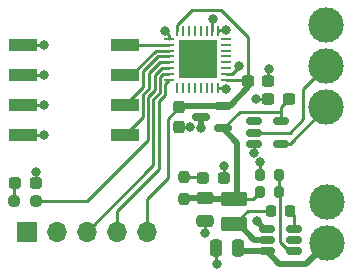
<source format=gtl>
%TF.GenerationSoftware,KiCad,Pcbnew,(6.0.2)*%
%TF.CreationDate,2023-03-19T00:19:14-07:00*%
%TF.ProjectId,serial-to-ws2812-v2,73657269-616c-42d7-946f-2d7773323831,rev?*%
%TF.SameCoordinates,Original*%
%TF.FileFunction,Copper,L1,Top*%
%TF.FilePolarity,Positive*%
%FSLAX46Y46*%
G04 Gerber Fmt 4.6, Leading zero omitted, Abs format (unit mm)*
G04 Created by KiCad (PCBNEW (6.0.2)) date 2023-03-19 00:19:14*
%MOMM*%
%LPD*%
G01*
G04 APERTURE LIST*
G04 Aperture macros list*
%AMRoundRect*
0 Rectangle with rounded corners*
0 $1 Rounding radius*
0 $2 $3 $4 $5 $6 $7 $8 $9 X,Y pos of 4 corners*
0 Add a 4 corners polygon primitive as box body*
4,1,4,$2,$3,$4,$5,$6,$7,$8,$9,$2,$3,0*
0 Add four circle primitives for the rounded corners*
1,1,$1+$1,$2,$3*
1,1,$1+$1,$4,$5*
1,1,$1+$1,$6,$7*
1,1,$1+$1,$8,$9*
0 Add four rect primitives between the rounded corners*
20,1,$1+$1,$2,$3,$4,$5,0*
20,1,$1+$1,$4,$5,$6,$7,0*
20,1,$1+$1,$6,$7,$8,$9,0*
20,1,$1+$1,$8,$9,$2,$3,0*%
G04 Aperture macros list end*
%TA.AperFunction,SMDPad,CuDef*%
%ADD10RoundRect,0.150000X0.587500X0.150000X-0.587500X0.150000X-0.587500X-0.150000X0.587500X-0.150000X0*%
%TD*%
%TA.AperFunction,SMDPad,CuDef*%
%ADD11RoundRect,0.062500X-0.375000X-0.062500X0.375000X-0.062500X0.375000X0.062500X-0.375000X0.062500X0*%
%TD*%
%TA.AperFunction,SMDPad,CuDef*%
%ADD12RoundRect,0.062500X-0.062500X-0.375000X0.062500X-0.375000X0.062500X0.375000X-0.062500X0.375000X0*%
%TD*%
%TA.AperFunction,SMDPad,CuDef*%
%ADD13R,3.300000X3.300000*%
%TD*%
%TA.AperFunction,SMDPad,CuDef*%
%ADD14RoundRect,0.150000X-0.512500X-0.150000X0.512500X-0.150000X0.512500X0.150000X-0.512500X0.150000X0*%
%TD*%
%TA.AperFunction,SMDPad,CuDef*%
%ADD15R,2.440000X1.120000*%
%TD*%
%TA.AperFunction,SMDPad,CuDef*%
%ADD16RoundRect,0.237500X-0.250000X-0.237500X0.250000X-0.237500X0.250000X0.237500X-0.250000X0.237500X0*%
%TD*%
%TA.AperFunction,SMDPad,CuDef*%
%ADD17RoundRect,0.200000X0.200000X0.275000X-0.200000X0.275000X-0.200000X-0.275000X0.200000X-0.275000X0*%
%TD*%
%TA.AperFunction,SMDPad,CuDef*%
%ADD18RoundRect,0.237500X0.237500X-0.250000X0.237500X0.250000X-0.237500X0.250000X-0.237500X-0.250000X0*%
%TD*%
%TA.AperFunction,SMDPad,CuDef*%
%ADD19RoundRect,0.200000X-0.200000X-0.275000X0.200000X-0.275000X0.200000X0.275000X-0.200000X0.275000X0*%
%TD*%
%TA.AperFunction,SMDPad,CuDef*%
%ADD20RoundRect,0.250000X0.850000X-0.375000X0.850000X0.375000X-0.850000X0.375000X-0.850000X-0.375000X0*%
%TD*%
%TA.AperFunction,ComponentPad*%
%ADD21C,3.000000*%
%TD*%
%TA.AperFunction,ComponentPad*%
%ADD22R,1.700000X1.700000*%
%TD*%
%TA.AperFunction,ComponentPad*%
%ADD23O,1.700000X1.700000*%
%TD*%
%TA.AperFunction,SMDPad,CuDef*%
%ADD24RoundRect,0.237500X0.287500X0.237500X-0.287500X0.237500X-0.287500X-0.237500X0.287500X-0.237500X0*%
%TD*%
%TA.AperFunction,SMDPad,CuDef*%
%ADD25RoundRect,0.237500X0.300000X0.237500X-0.300000X0.237500X-0.300000X-0.237500X0.300000X-0.237500X0*%
%TD*%
%TA.AperFunction,SMDPad,CuDef*%
%ADD26RoundRect,0.237500X-0.300000X-0.237500X0.300000X-0.237500X0.300000X0.237500X-0.300000X0.237500X0*%
%TD*%
%TA.AperFunction,SMDPad,CuDef*%
%ADD27RoundRect,0.250000X0.250000X0.475000X-0.250000X0.475000X-0.250000X-0.475000X0.250000X-0.475000X0*%
%TD*%
%TA.AperFunction,SMDPad,CuDef*%
%ADD28RoundRect,0.237500X-0.237500X0.300000X-0.237500X-0.300000X0.237500X-0.300000X0.237500X0.300000X0*%
%TD*%
%TA.AperFunction,SMDPad,CuDef*%
%ADD29RoundRect,0.250000X-0.475000X0.250000X-0.475000X-0.250000X0.475000X-0.250000X0.475000X0.250000X0*%
%TD*%
%TA.AperFunction,SMDPad,CuDef*%
%ADD30RoundRect,0.225000X-0.225000X-0.250000X0.225000X-0.250000X0.225000X0.250000X-0.225000X0.250000X0*%
%TD*%
%TA.AperFunction,ViaPad*%
%ADD31C,0.800000*%
%TD*%
%TA.AperFunction,Conductor*%
%ADD32C,0.250000*%
%TD*%
%TA.AperFunction,Conductor*%
%ADD33C,0.500000*%
%TD*%
G04 APERTURE END LIST*
D10*
%TO.P,U1,1,VI*%
%TO.N,+5V*%
X171437500Y-43550000D03*
%TO.P,U1,2,VO*%
%TO.N,+3V3*%
X171437500Y-41650000D03*
%TO.P,U1,3,GND*%
%TO.N,GND*%
X169562500Y-42600000D03*
%TD*%
D11*
%TO.P,U3,1,GND*%
%TO.N,GND*%
X166862500Y-35950000D03*
%TO.P,U3,2,PA4*%
%TO.N,Net-(SW1-Pad4)*%
X166862500Y-36450000D03*
%TO.P,U3,3,PA3*%
%TO.N,Net-(SW1-Pad3)*%
X166862500Y-36950000D03*
%TO.P,U3,4,PA2*%
%TO.N,Net-(SW1-Pad2)*%
X166862500Y-37450000D03*
%TO.P,U3,5,PA1*%
%TO.N,Net-(SW1-Pad1)*%
X166862500Y-37950000D03*
%TO.P,U3,6,AREF/PA0*%
%TO.N,Net-(R4-Pad2)*%
X166862500Y-38450000D03*
%TO.P,U3,7,PDI_DATA*%
%TO.N,Net-(J1-Pad3)*%
X166862500Y-38950000D03*
%TO.P,U3,8,~{RESET}/PDI_CLK*%
%TO.N,Net-(J1-Pad4)*%
X166862500Y-39450000D03*
D12*
%TO.P,U3,9,PC7*%
%TO.N,unconnected-(U3-Pad9)*%
X167550000Y-40137500D03*
%TO.P,U3,10,PC6*%
%TO.N,unconnected-(U3-Pad10)*%
X168050000Y-40137500D03*
%TO.P,U3,11,PC5*%
%TO.N,unconnected-(U3-Pad11)*%
X168550000Y-40137500D03*
%TO.P,U3,12,PC4*%
%TO.N,unconnected-(U3-Pad12)*%
X169050000Y-40137500D03*
%TO.P,U3,13,PC3*%
%TO.N,unconnected-(U3-Pad13)*%
X169550000Y-40137500D03*
%TO.P,U3,14,PC2*%
%TO.N,unconnected-(U3-Pad14)*%
X170050000Y-40137500D03*
%TO.P,U3,15,PC1*%
%TO.N,unconnected-(U3-Pad15)*%
X170550000Y-40137500D03*
%TO.P,U3,16,PC0*%
%TO.N,Net-(J4-Pad1)*%
X171050000Y-40137500D03*
D11*
%TO.P,U3,17,VCC*%
%TO.N,+3V3*%
X171737500Y-39450000D03*
%TO.P,U3,18,GND*%
%TO.N,GND*%
X171737500Y-38950000D03*
%TO.P,U3,19,PR1/XTAL1*%
%TO.N,unconnected-(U3-Pad19)*%
X171737500Y-38450000D03*
%TO.P,U3,20,PR0/XTAL2*%
%TO.N,unconnected-(U3-Pad20)*%
X171737500Y-37950000D03*
%TO.P,U3,21,PD7*%
%TO.N,unconnected-(U3-Pad21)*%
X171737500Y-37450000D03*
%TO.P,U3,22,PD6*%
%TO.N,unconnected-(U3-Pad22)*%
X171737500Y-36950000D03*
%TO.P,U3,23,PD5*%
%TO.N,unconnected-(U3-Pad23)*%
X171737500Y-36450000D03*
%TO.P,U3,24,PD4*%
%TO.N,unconnected-(U3-Pad24)*%
X171737500Y-35950000D03*
D12*
%TO.P,U3,25,PD3*%
%TO.N,Net-(J1-Pad2)*%
X171050000Y-35262500D03*
%TO.P,U3,26,PD2*%
%TO.N,Net-(J5-Pad1)*%
X170550000Y-35262500D03*
%TO.P,U3,27,PD1*%
%TO.N,unconnected-(U3-Pad27)*%
X170050000Y-35262500D03*
%TO.P,U3,28,PD0/AREF*%
%TO.N,unconnected-(U3-Pad28)*%
X169550000Y-35262500D03*
%TO.P,U3,29,PA7*%
%TO.N,unconnected-(U3-Pad29)*%
X169050000Y-35262500D03*
%TO.P,U3,30,PA6*%
%TO.N,unconnected-(U3-Pad30)*%
X168550000Y-35262500D03*
%TO.P,U3,31,PA5*%
%TO.N,unconnected-(U3-Pad31)*%
X168050000Y-35262500D03*
%TO.P,U3,32,AVCC*%
%TO.N,+3V3*%
X167550000Y-35262500D03*
D13*
%TO.P,U3,33*%
%TO.N,N/C*%
X169300000Y-37700000D03*
%TD*%
D14*
%TO.P,U2,6,BST*%
%TO.N,Net-(C1-Pad2)*%
X177437500Y-52050000D03*
%TO.P,U2,5,EN*%
%TO.N,unconnected-(U2-Pad5)*%
X177437500Y-53000000D03*
%TO.P,U2,4,FB*%
%TO.N,Net-(R1-Pad2)*%
X177437500Y-53950000D03*
%TO.P,U2,3,VIN*%
%TO.N,VCC*%
X175162500Y-53950000D03*
%TO.P,U2,2,SW*%
%TO.N,Net-(C1-Pad1)*%
X175162500Y-53000000D03*
%TO.P,U2,1,GND*%
%TO.N,GND*%
X175162500Y-52050000D03*
%TD*%
%TO.P,U4,1,NC*%
%TO.N,unconnected-(U4-Pad1)*%
X174062500Y-42950000D03*
%TO.P,U4,2,A*%
%TO.N,Net-(J4-Pad1)*%
X174062500Y-43900000D03*
%TO.P,U4,3,GND*%
%TO.N,GND*%
X174062500Y-44850000D03*
%TO.P,U4,4,Y*%
%TO.N,Net-(J6-Pad1)*%
X176337500Y-44850000D03*
%TO.P,U4,5,VCC*%
%TO.N,+5V*%
X176337500Y-42950000D03*
%TD*%
D15*
%TO.P,SW1,1*%
%TO.N,Net-(SW1-Pad1)*%
X163105000Y-44110000D03*
%TO.P,SW1,2*%
%TO.N,Net-(SW1-Pad2)*%
X163105000Y-41570000D03*
%TO.P,SW1,3*%
%TO.N,Net-(SW1-Pad3)*%
X163105000Y-39030000D03*
%TO.P,SW1,4*%
%TO.N,Net-(SW1-Pad4)*%
X163105000Y-36490000D03*
%TO.P,SW1,5*%
%TO.N,GND*%
X154495000Y-36490000D03*
%TO.P,SW1,6*%
X154495000Y-39030000D03*
%TO.P,SW1,7*%
X154495000Y-41570000D03*
%TO.P,SW1,8*%
X154495000Y-44110000D03*
%TD*%
D16*
%TO.P,R4,1*%
%TO.N,Net-(D2-Pad2)*%
X153787500Y-49700000D03*
%TO.P,R4,2*%
%TO.N,Net-(R4-Pad2)*%
X155612500Y-49700000D03*
%TD*%
D17*
%TO.P,R3,1*%
%TO.N,Net-(R1-Pad2)*%
X176225000Y-47450000D03*
%TO.P,R3,2*%
%TO.N,GND*%
X174575000Y-47450000D03*
%TD*%
D18*
%TO.P,R2,2*%
%TO.N,Net-(D1-Pad2)*%
X168100000Y-47687500D03*
%TO.P,R2,1*%
%TO.N,+5V*%
X168100000Y-49512500D03*
%TD*%
D19*
%TO.P,R1,1*%
%TO.N,+5V*%
X174575000Y-48950000D03*
%TO.P,R1,2*%
%TO.N,Net-(R1-Pad2)*%
X176225000Y-48950000D03*
%TD*%
D20*
%TO.P,L1,1*%
%TO.N,Net-(C1-Pad1)*%
X172400000Y-51675000D03*
%TO.P,L1,2*%
%TO.N,+5V*%
X172400000Y-49525000D03*
%TD*%
D21*
%TO.P,DOut,1,Pin_1*%
%TO.N,Net-(J6-Pad1)*%
X180200000Y-41750000D03*
%TD*%
%TO.P,DIn,1,Pin_1*%
%TO.N,Net-(J5-Pad1)*%
X180200000Y-34750000D03*
%TD*%
%TO.P,DOut_3.3,1,Pin_1*%
%TO.N,Net-(J4-Pad1)*%
X180200000Y-38250000D03*
%TD*%
%TO.P,Gnd,1,Pin_1*%
%TO.N,GND*%
X180250000Y-49750000D03*
%TD*%
%TO.P,Pwr,1,Pin_1*%
%TO.N,VCC*%
X180250000Y-53250000D03*
%TD*%
D22*
%TO.P,J1,1,Pin_1*%
%TO.N,GND*%
X154850000Y-52275000D03*
D23*
%TO.P,J1,2,Pin_2*%
%TO.N,Net-(J1-Pad2)*%
X157390000Y-52275000D03*
%TO.P,J1,3,Pin_3*%
%TO.N,Net-(J1-Pad3)*%
X159930000Y-52275000D03*
%TO.P,J1,4,Pin_4*%
%TO.N,Net-(J1-Pad4)*%
X162470000Y-52275000D03*
%TO.P,J1,5,Pin_5*%
%TO.N,+3V3*%
X165010000Y-52275000D03*
%TD*%
D24*
%TO.P,D2,1,K*%
%TO.N,GND*%
X155575000Y-48200000D03*
%TO.P,D2,2,A*%
%TO.N,Net-(D2-Pad2)*%
X153825000Y-48200000D03*
%TD*%
%TO.P,D1,1,K*%
%TO.N,GND*%
X171500000Y-47700000D03*
%TO.P,D1,2,A*%
%TO.N,Net-(D1-Pad2)*%
X169750000Y-47700000D03*
%TD*%
D25*
%TO.P,C6,1*%
%TO.N,+5V*%
X177000000Y-41050000D03*
%TO.P,C6,2*%
%TO.N,GND*%
X175275000Y-41050000D03*
%TD*%
D26*
%TO.P,C5,1*%
%TO.N,+3V3*%
X173537500Y-39500000D03*
%TO.P,C5,2*%
%TO.N,GND*%
X175262500Y-39500000D03*
%TD*%
D27*
%TO.P,C4,1*%
%TO.N,VCC*%
X172750000Y-53700000D03*
%TO.P,C4,2*%
%TO.N,GND*%
X170850000Y-53700000D03*
%TD*%
D28*
%TO.P,C3,1*%
%TO.N,+3V3*%
X167750000Y-41737500D03*
%TO.P,C3,2*%
%TO.N,GND*%
X167750000Y-43462500D03*
%TD*%
D29*
%TO.P,C2,1*%
%TO.N,+5V*%
X169900000Y-49450000D03*
%TO.P,C2,2*%
%TO.N,GND*%
X169900000Y-51350000D03*
%TD*%
D30*
%TO.P,C1,1*%
%TO.N,Net-(C1-Pad1)*%
X175525000Y-50500000D03*
%TO.P,C1,2*%
%TO.N,Net-(C1-Pad2)*%
X177075000Y-50500000D03*
%TD*%
D31*
%TO.N,GND*%
X168650000Y-43450000D03*
X169550000Y-43550000D03*
X175300000Y-38500000D03*
%TO.N,Net-(J4-Pad1)*%
X171700000Y-40174500D03*
%TO.N,GND*%
X172800000Y-38300000D03*
%TO.N,Net-(J5-Pad1)*%
X170600000Y-34300000D03*
%TO.N,GND*%
X166500000Y-35300000D03*
%TO.N,Net-(J1-Pad2)*%
X171700000Y-35225500D03*
%TO.N,GND*%
X174200000Y-41050000D03*
X174050000Y-45650000D03*
X155600000Y-47200000D03*
X156300000Y-44100000D03*
X156300000Y-41600000D03*
X156300000Y-39000000D03*
X156300000Y-36500000D03*
X169900000Y-52400000D03*
X171500000Y-46700000D03*
X170900000Y-55000000D03*
X174600000Y-46400000D03*
X174300000Y-51400000D03*
%TD*%
D32*
%TO.N,Net-(SW1-Pad3)*%
X163670000Y-39030000D02*
X163105000Y-39030000D01*
X165750000Y-36950000D02*
X163670000Y-39030000D01*
X166862500Y-36950000D02*
X165750000Y-36950000D01*
%TO.N,Net-(SW1-Pad1)*%
X164650204Y-42564796D02*
X163105000Y-44110000D01*
X164650204Y-40685500D02*
X164650204Y-42564796D01*
X165201452Y-40134252D02*
X164650204Y-40685500D01*
X166106273Y-37950000D02*
X165201452Y-38854821D01*
%TO.N,Net-(J1-Pad4)*%
X162470000Y-50530000D02*
X162470000Y-52275000D01*
X166000000Y-47000000D02*
X162470000Y-50530000D01*
X166549982Y-40692834D02*
X166000000Y-41242816D01*
X166549984Y-39762516D02*
X166549982Y-40692834D01*
X166862500Y-39450000D02*
X166549984Y-39762516D01*
%TO.N,Net-(J1-Pad3)*%
X165550000Y-41057112D02*
X165550000Y-46655000D01*
X166100480Y-39256632D02*
X166100474Y-39256638D01*
X166377681Y-38950000D02*
X166100486Y-39227195D01*
%TO.N,Net-(SW1-Pad1)*%
X166862500Y-37950000D02*
X166106273Y-37950000D01*
%TO.N,Net-(J1-Pad4)*%
X166000000Y-41242816D02*
X166000000Y-47000000D01*
%TO.N,Net-(J1-Pad3)*%
X166862500Y-38950000D02*
X166377681Y-38950000D01*
%TO.N,Net-(R4-Pad2)*%
X159944022Y-49700000D02*
X155612500Y-49700000D01*
X165100489Y-44543533D02*
X159944022Y-49700000D01*
%TO.N,Net-(J1-Pad3)*%
X166100472Y-40506640D02*
X165550000Y-41057112D01*
%TO.N,Net-(R4-Pad2)*%
X165100489Y-40870919D02*
X165100489Y-44543533D01*
X165650970Y-39070438D02*
X165650963Y-39070445D01*
%TO.N,Net-(SW1-Pad1)*%
X165201452Y-38854821D02*
X165201452Y-40134252D01*
%TO.N,Net-(R4-Pad2)*%
X165650969Y-39041008D02*
X165650970Y-39070438D01*
X166241977Y-38450000D02*
X165650969Y-39041008D01*
X165650963Y-39070445D02*
X165650962Y-40320446D01*
%TO.N,Net-(J1-Pad3)*%
X166100486Y-39227195D02*
X166100487Y-39256616D01*
%TO.N,Net-(R4-Pad2)*%
X166862500Y-38450000D02*
X166241977Y-38450000D01*
X165650962Y-40320446D02*
X165100489Y-40870919D01*
%TO.N,Net-(J1-Pad3)*%
X165550000Y-46655000D02*
X159930000Y-52275000D01*
X166100480Y-39256623D02*
X166100480Y-39256632D01*
X166100487Y-39256616D02*
X166100480Y-39256623D01*
X166100474Y-39256638D02*
X166100472Y-40506640D01*
%TO.N,Net-(SW1-Pad2)*%
X164700000Y-40000000D02*
X164675000Y-40000000D01*
X164700000Y-38700000D02*
X164700000Y-40000000D01*
X165950000Y-37450000D02*
X164700000Y-38700000D01*
X166862500Y-37450000D02*
X165950000Y-37450000D01*
X164675000Y-40000000D02*
X163105000Y-41570000D01*
D33*
%TO.N,+3V3*%
X172000000Y-41650000D02*
X171437500Y-41650000D01*
X173600000Y-40050000D02*
X172000000Y-41650000D01*
X173600000Y-39500000D02*
X173600000Y-40050000D01*
D32*
%TO.N,GND*%
X172800000Y-38372328D02*
X172800000Y-38300000D01*
X172222328Y-38950000D02*
X172800000Y-38372328D01*
X171737500Y-38950000D02*
X172222328Y-38950000D01*
D33*
%TO.N,VCC*%
X178500000Y-55000000D02*
X180250000Y-53250000D01*
X175162500Y-53950000D02*
X176212500Y-55000000D01*
X176212500Y-55000000D02*
X178500000Y-55000000D01*
D32*
%TO.N,GND*%
X168637500Y-43462500D02*
X168650000Y-43450000D01*
X167750000Y-43462500D02*
X168637500Y-43462500D01*
%TO.N,+3V3*%
X166752592Y-42734908D02*
X166752592Y-47752592D01*
X165010000Y-49495184D02*
X166752592Y-47752592D01*
X167750000Y-41737500D02*
X166752592Y-42734908D01*
D33*
X167837500Y-41650000D02*
X171437500Y-41650000D01*
D32*
X167750000Y-41737500D02*
X167837500Y-41650000D01*
X165010000Y-52275000D02*
X165010000Y-49495184D01*
%TO.N,GND*%
X174062500Y-45637500D02*
X174050000Y-45650000D01*
X174062500Y-44850000D02*
X174062500Y-45637500D01*
%TO.N,+5V*%
X176337500Y-42137500D02*
X172850000Y-42137500D01*
X172850000Y-42137500D02*
X171437500Y-43550000D01*
X176337500Y-42137500D02*
X176337500Y-41712500D01*
X176337500Y-42950000D02*
X176337500Y-42137500D01*
%TO.N,Net-(J4-Pad1)*%
X178250000Y-40200000D02*
X180200000Y-38250000D01*
X178250000Y-42750000D02*
X178250000Y-40200000D01*
X174062500Y-43900000D02*
X177100000Y-43900000D01*
X177100000Y-43900000D02*
X178250000Y-42750000D01*
%TO.N,+5V*%
X176337500Y-41712500D02*
X177000000Y-41050000D01*
%TO.N,Net-(J6-Pad1)*%
X177100000Y-44850000D02*
X180200000Y-41750000D01*
X176337500Y-44850000D02*
X177100000Y-44850000D01*
%TO.N,GND*%
X175262500Y-38537500D02*
X175300000Y-38500000D01*
X175262500Y-39500000D02*
X175262500Y-38537500D01*
D33*
X169562500Y-43537500D02*
X169550000Y-43550000D01*
X169562500Y-42600000D02*
X169562500Y-43537500D01*
%TO.N,+5V*%
X172650000Y-44762500D02*
X171437500Y-43550000D01*
X172650000Y-49275000D02*
X172650000Y-44762500D01*
D32*
X172400000Y-49525000D02*
X172650000Y-49275000D01*
%TO.N,Net-(J4-Pad1)*%
X171050000Y-40137500D02*
X171663000Y-40137500D01*
X171663000Y-40137500D02*
X171700000Y-40174500D01*
%TO.N,+3V3*%
X173600000Y-35800000D02*
X173600000Y-39500000D01*
X173550000Y-39450000D02*
X173600000Y-39500000D01*
X171737500Y-39450000D02*
X173550000Y-39450000D01*
X168827672Y-33500000D02*
X171300000Y-33500000D01*
X171300000Y-33500000D02*
X173600000Y-35800000D01*
X167550000Y-34777672D02*
X168827672Y-33500000D01*
X167550000Y-35262500D02*
X167550000Y-34777672D01*
%TO.N,Net-(J5-Pad1)*%
X170550000Y-34350000D02*
X170600000Y-34300000D01*
X170550000Y-35262500D02*
X170550000Y-34350000D01*
%TO.N,GND*%
X166862500Y-35662500D02*
X166500000Y-35300000D01*
X166862500Y-35950000D02*
X166862500Y-35662500D01*
%TO.N,Net-(J1-Pad2)*%
X171674500Y-35200000D02*
X171112500Y-35200000D01*
X171112500Y-35200000D02*
X171050000Y-35262500D01*
X171700000Y-35225500D02*
X171674500Y-35200000D01*
%TO.N,Net-(SW1-Pad4)*%
X165110000Y-36490000D02*
X163105000Y-36490000D01*
X165150000Y-36450000D02*
X165110000Y-36490000D01*
X166862500Y-36450000D02*
X165150000Y-36450000D01*
%TO.N,GND*%
X174600000Y-47425000D02*
X174575000Y-47450000D01*
X174600000Y-46400000D02*
X174600000Y-47425000D01*
X171500000Y-47700000D02*
X171500000Y-46700000D01*
X175275000Y-41050000D02*
X174200000Y-41050000D01*
X154495000Y-36490000D02*
X156290000Y-36490000D01*
X156290000Y-36490000D02*
X156300000Y-36500000D01*
X156270000Y-39030000D02*
X156300000Y-39000000D01*
X154495000Y-39030000D02*
X156270000Y-39030000D01*
X156270000Y-41570000D02*
X156300000Y-41600000D01*
X154495000Y-41570000D02*
X156270000Y-41570000D01*
X156290000Y-44110000D02*
X156300000Y-44100000D01*
X154495000Y-44110000D02*
X156290000Y-44110000D01*
X155575000Y-47225000D02*
X155600000Y-47200000D01*
X155575000Y-48200000D02*
X155575000Y-47225000D01*
%TO.N,Net-(D2-Pad2)*%
X153787500Y-48237500D02*
X153825000Y-48200000D01*
X153787500Y-49700000D02*
X153787500Y-48237500D01*
%TO.N,+5V*%
X168162500Y-49450000D02*
X168100000Y-49512500D01*
D33*
X169900000Y-49450000D02*
X168162500Y-49450000D01*
D32*
%TO.N,GND*%
X169900000Y-51350000D02*
X169900000Y-52400000D01*
%TO.N,Net-(D1-Pad2)*%
X168100000Y-47687500D02*
X169737500Y-47687500D01*
X169737500Y-47687500D02*
X169750000Y-47700000D01*
%TO.N,+5V*%
X169975000Y-49525000D02*
X169900000Y-49450000D01*
D33*
X172400000Y-49525000D02*
X169975000Y-49525000D01*
%TO.N,Net-(C1-Pad1)*%
X172775000Y-51675000D02*
X172400000Y-51675000D01*
X174100000Y-53000000D02*
X172775000Y-51675000D01*
D32*
X173575000Y-50500000D02*
X172400000Y-51675000D01*
%TO.N,+5V*%
X174000000Y-49525000D02*
X174575000Y-48950000D01*
X172400000Y-49525000D02*
X174000000Y-49525000D01*
%TO.N,Net-(C1-Pad1)*%
X175525000Y-50500000D02*
X173575000Y-50500000D01*
D33*
X175162500Y-53000000D02*
X174100000Y-53000000D01*
D32*
%TO.N,Net-(R1-Pad2)*%
X177053928Y-53950000D02*
X177437500Y-53950000D01*
X176300480Y-53196552D02*
X177053928Y-53950000D01*
X176300480Y-49025480D02*
X176300480Y-53196552D01*
%TO.N,Net-(C1-Pad2)*%
X177437500Y-50862500D02*
X177075000Y-50500000D01*
X177437500Y-52050000D02*
X177437500Y-50862500D01*
D33*
%TO.N,GND*%
X174950000Y-52050000D02*
X174300000Y-51400000D01*
D32*
X175162500Y-52050000D02*
X174950000Y-52050000D01*
X170850000Y-54950000D02*
X170900000Y-55000000D01*
X170850000Y-53700000D02*
X170850000Y-54950000D01*
D33*
%TO.N,VCC*%
X173000000Y-53950000D02*
X175162500Y-53950000D01*
D32*
X172750000Y-53700000D02*
X173000000Y-53950000D01*
%TO.N,Net-(R1-Pad2)*%
X176225000Y-48950000D02*
X176225000Y-47450000D01*
%TD*%
M02*

</source>
